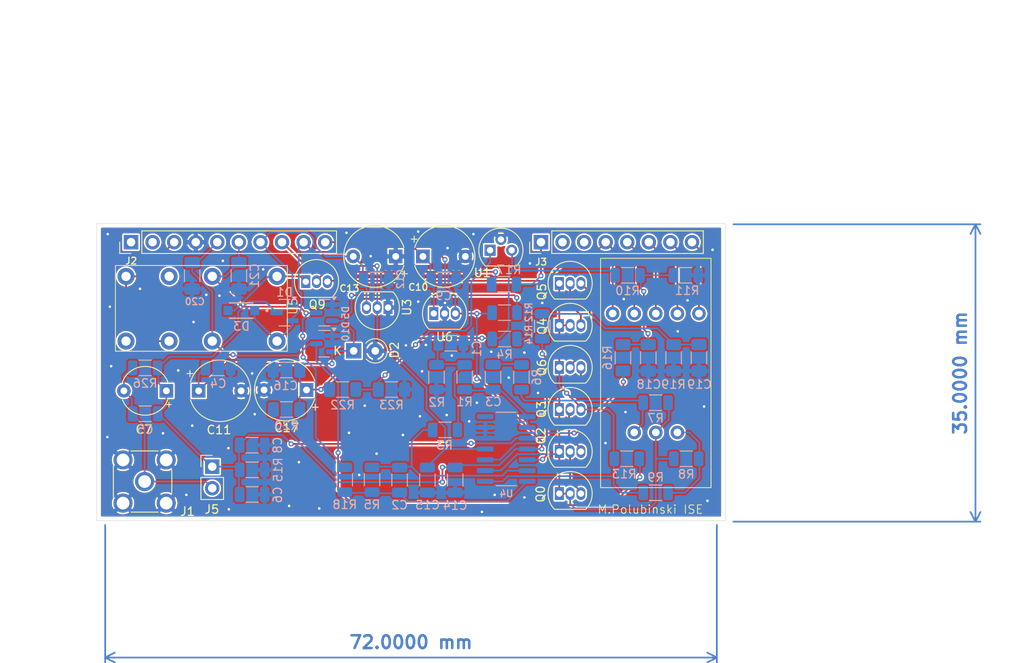
<source format=kicad_pcb>
(kicad_pcb (version 20240108) (generator "pcbnew") (generator_version "8.0")
  (layers (0 "F.Cu" signal) (31 "B.Cu" signal) (34 "B.Paste" user) (35 "F.Paste" user) (36 "B.SilkS" user "B.Silkscreen") (37 "F.SilkS" user "F.Silkscreen") (38 "B.Mask" user) (39 "F.Mask" user) (44 "Edge.Cuts" user))
  (net 0 "")
  (net 1 "Net-(C1-Pad1)")
  (net 2 "GND")
  (net 3 "Net-(U4-2OUT)")
  (net 4 "Net-(U4-2IN-)")
  (net 5 "Net-(U4-1IN-)")
  (net 6 "Net-(C3-Pad2)")
  (net 7 "+2V5")
  (net 8 "Net-(J5-Pin_2)")
  (net 9 "-12V")
  (net 10 "S")
  (net 11 "Z")
  (net 12 "+3V3")
  (net 13 "+12V")
  (net 14 "GNDC")
  (net 15 "A")
  (net 16 "GP5")
  (net 17 "+15V")
  (net 18 "-15V")
  (net 19 "Net-(Q2-E)")
  (net 20 "Net-(J5-Pin_1)")
  (net 21 "Net-(U1-CATHODE)")
  (net 22 "Net-(C18-Pad1)")
  (net 23 "Net-(U7-VH)")
  (net 24 "Net-(U7-VL)")
  (net 25 "Net-(C19-Pad1)")
  (net 26 "Net-(Q9-C)")
  (net 27 "Net-(U4-3IN+)")
  (net 31 "Net-(J3-Pin_5)")
  (net 32 "Net-(J3-Pin_7)")
  (net 34 "Net-(J3-Pin_8)")
  (net 35 "Net-(J3-Pin_6)")
  (net 37 "Net-(Q3-E)")
  (net 38 "Net-(Q4-E)")
  (net 39 "Net-(Q5-E)")
  (net 40 "Net-(Q9-B)")
  (net 41 "Net-(U4-2IN+)")
  (net 42 "Net-(U1-REF)")
  (net 44 "Net-(Q0-B)")
  (net 45 "Net-(Q0-E)")
  (footprint "Diode_THT:D_A-405_P2.54mm_Vertical_KathodeUp" (layer "F.Cu") (at 138.25 92.9)
    (property "Reference" "D2")
    (property "Value" "~")
  )
  (footprint "Capacitor_THT:CP_Radial_Tantal_D7.0mm_P5.00mm" (layer "F.Cu") (at 146.4 81.78)
    (property "Reference" "C10")
    (property "Value" "1u" (hide yes))
  )
  (footprint "Connector_PinHeader_2.54mm:PinHeader_1x02_P2.54mm_Vertical" (layer "F.Cu") (at 121.6 106.525)
    (property "Reference" "J5")
    (property "Value" "Conn_01x02" (hide yes))
  )
  (footprint "Package_TO_SOT_THT:TO-92_Inline" (layer "F.Cu") (at 162.46 94.85)
    (property "Reference" "Q6")
    (property "Value" "BC337")
  )
  (footprint "Package_TO_SOT_THT:TO-92_Inline" (layer "F.Cu") (at 162.46 84.95)
    (property "Reference" "Q5")
    (property "Value" "BC337" (hide yes))
  )
  (footprint "Capacitor_THT:CP_Radial_Tantal_D5.5mm_P5.00mm" (layer "F.Cu") (at 116.2 97.6 180)
    (property "Reference" "C7")
    (property "Value" "C" (hide yes))
  )
  (footprint "Package_TO_SOT_THT:TO-92_Inline" (layer "F.Cu") (at 162.46 109.7)
    (property "Reference" "Q0")
    (property "Value" "BC337")
  )
  (footprint "Capacitor_THT:CP_Radial_Tantal_D7.0mm_P5.00mm" (layer "F.Cu") (at 143.2 81.78 180)
    (property "Reference" "C13")
    (property "Value" "1u" (hide yes))
  )
  (footprint "moja_pierwsza_biblioteka:relay" (layer "F.Cu") (at 119.23 96.75 180)
    (property "Reference" "U5")
    (property "Value" "~")
  )
  (footprint "Connector_PinHeader_2.54mm:PinHeader_1x10_P2.54mm_Vertical" (layer "F.Cu") (at 112.04 80.1 90)
    (property "Reference" "J2")
    (property "Value" "Conn_01x10" (hide yes))
  )
  (footprint "Package_TO_SOT_THT:TO-92_Inline" (layer "F.Cu") (at 132.61 84.75)
    (property "Reference" "Q9")
    (property "Value" "BC337")
  )
  (footprint "Package_TO_SOT_THT:TO-92_Inline" (layer "F.Cu") (at 147.68 88.5)
    (property "Reference" "U6")
    (property "Value" "L78L12_TO92" (hide yes))
  )
  (footprint "Package_TO_SOT_THT:TO-92_Inline" (layer "F.Cu") (at 162.46 99.8)
    (property "Reference" "Q3")
    (property "Value" "BC337" (hide yes))
  )
  (footprint "Package_TO_SOT_THT:TO-92" (layer "F.Cu") (at 154.31 81.05)
    (property "Reference" "U1")
    (property "Value" "LM431")
  )
  (footprint "Capacitor_THT:CP_Radial_Tantal_D7.0mm_P5.00mm" (layer "F.Cu") (at 132.7 97.5 180)
    (property "Reference" "C17")
    (property "Value" "1u")
  )
  (footprint "Connector_Coaxial:SMA_Molex_73251-2200_Horizontal" (layer "F.Cu") (at 113.64 108.28 90)
    (property "Reference" "J1")
    (property "Value" "60311002114501" (hide yes))
    (property "VALUE" "60311002114501" (hide yes))
  )
  (footprint "Package_TO_SOT_THT:TO-92_Inline" (layer "F.Cu") (at 162.46 104.75)
    (property "Reference" "Q2")
    (property "Value" "BC337" (hide yes))
  )
  (footprint "Package_TO_SOT_THT:TO-92_Inline" (layer "F.Cu") (at 162.46 89.9)
    (property "Reference" "Q4")
    (property "Value" "BC337" (hide yes))
  )
  (footprint "Connector_PinHeader_2.54mm:PinHeader_1x08_P2.54mm_Vertical" (layer "F.Cu") (at 160.3 80.1 90)
    (property "Reference" "J3")
    (property "Value" "Conn_01x08" (hide yes))
  )
  (footprint "Capacitor_THT:CP_Radial_Tantal_D7.0mm_P5.00mm" (layer "F.Cu") (at 120 97.6)
    (property "Reference" "C11")
    (property "Value" "1u")
  )
  (footprint "Package_TO_SOT_THT:TO-92_Inline" (layer "F.Cu") (at 142.3 87.8 180)
    (property "Reference" "U3")
    (property "Value" "L79L12_TO92" (hide yes))
  )
  (footprint "moja_pierwsza_biblioteka:X9C1035 Digital Potentiometer" (layer "F.Cu") (at 187.4 96.5 -90)
    (property "Reference" "U7" (hide yes))
    (property "Value" "~" (hide yes))
  )
  (footprint "Resistor_SMD:R_1206_3216Metric" (layer "B.Cu") (at 155.95 85.05)
    (property "Reference" "R17")
    (property "Value" "1k")
  )
  (footprint "Capacitor_SMD:C_1206_3216Metric" (layer "B.Cu") (at 122.3 94.9)
    (property "Reference" "C4")
    (property "Value" "100n")
  )
  (footprint "Capacitor_SMD:C_1206_3216Metric" (layer "B.Cu") (at 113.7 100.3)
    (property "Reference" "C5")
    (property "Value" "C")
  )
  (footprint "Resistor_SMD:R_1206_3216Metric" (layer "B.Cu") (at 160.45 90 -90)
    (property "Reference" "R14")
    (property "Value" "10k")
  )
  (footprint "Capacitor_SMD:C_1206_3216Metric" (layer "B.Cu") (at 140.9 84.55 180)
    (property "Reference" "C12")
    (property "Value" "100n")
  )
  (footprint "Capacitor_SMD:C_1206_3216Metric_Pad1.33x1.80mm_HandSolder" (layer "B.Cu") (at 130.342362 95.15 180)
    (property "Reference" "C16")
    (property "Value" "100n")
  )
  (footprint "Resistor_SMD:R_1206_3216Metric" (layer "B.Cu") (at 156.0125 88.4)
    (property "Reference" "R12")
    (property "Value" "1k")
  )
  (footprint "Resistor_SMD:R_1206_3216Metric" (layer "B.Cu") (at 149 102.2 180)
    (property "Reference" "R3")
    (property "Value" "50k")
  )
  (footprint "Capacitor_SMD:C_1206_3216Metric" (layer "B.Cu") (at 148.85 84.55)
    (property "Reference" "C9")
    (property "Value" "100n")
  )
  (footprint "Capacitor_SMD:C_1206_3216Metric_Pad1.33x1.80mm_HandSolder" (layer "B.Cu") (at 124.7375 84.05 90)
    (property "Reference" "C21")
    (property "Value" "1u")
  )
  (footprint "Capacitor_SMD:C_1206_3216Metric_Pad1.33x1.80mm_HandSolder" (layer "B.Cu") (at 119.2375 84.05 90)
    (property "Reference" "C20")
    (property "Value" "1u")
  )
  (footprint "Package_TO_SOT_SMD:SOT-23" (layer "B.Cu") (at 134.7875 88.4 180)
    (property "Reference" "D5")
    (property "Value" "BAV99")
  )
  (footprint "Capacitor_SMD:C_1206_3216Metric_Pad1.33x1.80mm_HandSolder" (layer "B.Cu") (at 172.933333 93.7125 -90)
    (property "Reference" "C18")
    (property "Value" "1u")
  )
  (footprint "Package_TO_SOT_SMD:SOT-23" (layer "B.Cu") (at 134.7875 92.055 180)
    (property "Reference" "D10")
    (property "Value" "BAV99")
  )
  (footprint "Package_TO_SOT_SMD:SOT-23" (layer "B.Cu") (at 130.1125 88.4 180)
    (property "Reference" "D1")
    (property "Value" "BAV99")
  )
  (footprint "Resistor_SMD:R_1206_3216Metric_Pad1.30x1.75mm_HandSolder" (layer "B.Cu") (at 142.7 97.45)
    (property "Reference" "R23")
    (property "Value" "R")
  )
  (footprint "Capacitor_SMD:C_1206_3216Metric" (layer "B.Cu") (at 150.2 108.1 -90)
    (property "Reference" "C14")
    (property "Value" "100n")
  )
  (footprint "Resistor_SMD:R_1206_3216Metric" (layer "B.Cu") (at 173.8 99)
    (property "Reference" "R7")
    (property "Value" "10k")
  )
  (footprint "Resistor_SMD:R_1206_3216Metric" (layer "B.Cu") (at 156.0125 91.5)
    (property "Reference" "R4")
    (property "Value" "10k")
  )
  (footprint "Resistor_SMD:R_1206_3216Metric" (layer "B.Cu") (at 170.4 105.6)
    (property "Reference" "R13")
    (property "Value" "1k")
  )
  (footprint "Resistor_SMD:R_1206_3216Metric" (layer "B.Cu") (at 177.34 84)
    (property "Reference" "R11")
    (property "Value" "10k")
  )
  (footprint "Resistor_SMD:R_1206_3216Metric" (layer "B.Cu") (at 151.313333 96 90)
    (property "Reference" "R1")
    (property "Value" "100k")
  )
  (footprint "TL084CDR (1):SOIC127P600X175-14N" (layer "B.Cu") (at 156.21 104.45 180)
    (property "Reference" "U4")
    (property "Value" "TL084CDR")
  )
  (footprint "Capacitor_SMD:C_1206_3216Metric" (layer "B.Cu") (at 143.655 108.1 -90)
    (property "Reference" "C2")
    (property "Value" "1u")
  )
  (footprint "Capacitor_SMD:C_1206_3216Metric" (layer "B.Cu") (at 126.3 104)
    (property "Reference" "C8")
    (property "Value" "C")
  )
  (footprint "Resistor_SMD:R_1206_3216Metric" (layer "B.Cu") (at 177.4 105.6)
    (property "Reference" "R8")
    (property "Value" "10k")
  )
  (footprint "Resistor_SMD:R_1206_3216Metric" (layer "B.Cu") (at 173.8 109.6 180)
    (property "Reference" "R9")
    (property "Value" "6,6k")
  )
  (footprint "Capacitor_SMD:C_1206_3216Metric" (layer "B.Cu") (at 149.7 92)
    (property "Reference" "C1")
    (property "Value" "1u")
  )
  (footprint "Resistor_SMD:R_1206_3216Metric" (layer "B.Cu") (at 148 96 -90)
    (property "Reference" "R2")
    (property "Value" "75k")
  )
  (footprint "Resistor_SMD:R_1206_3216Metric_Pad1.30x1.75mm_HandSolder" (layer "B.Cu") (at 175.916666 93.7125 90)
    (property "Reference" "R19")
    (property "Value" "10k")
  )
  (footprint "Resistor_SMD:R_1206_3216Metric" (layer "B.Cu") (at 137.2 108.07 90)
    (property "Reference" "R18")
    (property "Value" "1k")
  )
  (footprint "Resistor_SMD:R_1206_3216Metric" (layer "B.Cu") (at 113.7 94.9)
    (property "Reference" "R26")
    (property "Value" "10M")
  )
  (footprint "Resistor_SMD:R_1206_3216Metric" (layer "B.Cu") (at 170.5 84)
    (property "Reference" "R10")
    (property "Value" "5k")
  )
  (footprint "Resistor_SMD:R_1206_3216Metric" (layer "B.Cu") (at 158 96 -90)
    (property "Reference" "R6")
    (property "Value" "10k")
  )
  (footprint "Capacitor_SMD:C_1206_3216Metric_Pad1.33x1.80mm_HandSolder" (layer "B.Cu") (at 178.9 93.7125 -90)
    (property "Reference" "C19")
    (property "Value" "1u")
  )
  (footprint "Resistor_SMD:R_1206_3216Metric_Pad1.30x1.75mm_HandSolder" (layer "B.Cu") (at 130.35 99.8)
    (property "Reference" "R20")
    (property "Value" "10k")
  )
  (footprint "Capacitor_SMD:C_1206_3216Metric" (layer "B.Cu") (at 146.9275 108.1 -90)
    (property "Reference" "C15")
    (property "Value" "100n")
  )
  (footprint "Capacitor_SMD:C_1206_3216Metric" (layer "B.Cu") (at 126.3 109.8)
    (property "Reference" "C6")
    (property "Value" "C")
  )
  (footprint "Resistor_SMD:R_1206_3216Metric" (layer "B.Cu") (at 126.3 106.9)
    (property "Reference" "R15")
    (property "Value" "1M")
  )
  (footprint "UF1:SODFL3718X102N" (layer "B.Cu") (at 125.025 88.15 180)
    (property "Reference" "D3")
    (property "Value" "UF1JLW")
  )
  (footprint "Resistor_SMD:R_1206_3216Metric" (layer "B.Cu") (at 140.4125 108.07 -90)
    (property "Reference" "R5")
    (property "Value" "30k")
  )
  (footprint "Resistor_SMD:R_1206_3216Metric_Pad1.30x1.75mm_HandSolder" (layer "B.Cu") (at 169.95 93.7125 -90)
    (property "Reference" "R16")
    (property "Value" "R")
  )
  (footprint "Resistor_SMD:R_1206_3216Metric_Pad1.30x1.75mm_HandSolder" (layer "B.Cu") (at 136.95 97.45)
    (property "Reference" "R22")
    (property "Value" "R")
  )
  (footprint "Capacitor_SMD:C_1206_3216Metric" (layer "B.Cu") (at 154.656666 96 90)
    (property "Reference" "C3")
    (property "Value" "1u")
  )
  (gr_rect (start 108 77.9) (end 182 112.9) (stroke (width 0.05)) (fill none) (layer "Edge.Cuts"))
  (gr_text "M.Polubinski ISE\n" (at 166.9 112.15 0) (layer "F.SilkS") (effects (font (size 1 1) (thickness 0.1)) (justify left bottom)))
  (dimension (type aligned) (layer "B.Cu") (pts (xy 182.46 78) (xy 182.46 113)) (height -28.99) (gr_text "35,0000 mm" (at 209.65 95.5 90) (layer "B.Cu") (effects (font (size 1.5 1.5) (thickness 0.3)))) (format (prefix "") (suffix "") (units 3) (units_format 1) (precision 4)) (style (thickness 0.2) (arrow_length 1.27) (text_position_mode 0) (extension_height 0.58642) (extension_offset 0.5) keep_text_aligned))
  (dimension (type aligned) (layer "B.Cu") (pts (xy 109 112.9) (xy 181 112.9)) (height 16.1) (gr_text "72,0000 mm" (at 145 127.2 0) (layer "B.Cu") (effects (font (size 1.5 1.5) (thickness 0.3)))) (format (prefix "") (suffix "") (units 3) (units_format 1) (precision 4)) (style (thickness 0.2) (arrow_length 1.27) (text_position_mode 0) (extension_height 0.58642) (extension_offset 0.5) keep_text_aligned))
  (segment (start 150.138333 95.625) (end 150.138333 98.184744) (width 0.2) (layer "B.Cu") (net 1))
  (segment (start 148.1375 94.3125) (end 148 94.45) (width 0.2) (layer "B.Cu") (net 1))
  (segment (start 151.313333 94.45) (end 150.138333 95.625) (width 0.2) (layer "B.Cu") (net 1))
  (segment (start 148.1375 92) (end 148.1375 94.3125) (width 0.2) (layer "B.Cu") (net 1))
  (segment (start 151.313333 94.45) (end 148 94.45) (width 0.2) (layer "B.Cu") (net 1))
  (segment (start 150.138333 98.184744) (end 150.55 98.596411) (width 0.2) (layer "B.Cu") (net 1))
  (segment (start 150.55 98.596411) (end 150.55 102.2) (width 0.2) (layer "B.Cu") (net 1))
  (via (at 118.55 109.85) (size 0.6) (drill 0.3) (layers "F.Cu" "B.Cu") (net 2))
  (via (at 158.35 110.15) (size 0.6) (drill 0.3) (layers "F.Cu" "B.Cu") (net 2))
  (via (at 138.9 107.5) (size 0.6) (drill 0.3) (layers "F.Cu" "B.Cu") (net 2))
  (via (at 131.8 106) (size 0.6) (drill 0.3) (layers "F.Cu" "B.Cu") (net 2))
  (via (at 140.25 81.75) (size 0.6) (drill 0.3) (layers "F.Cu" "B.Cu") (net 2))
  (via (at 122.45 86.4) (size 0.6) (drill 0.3) (layers "F.Cu" "B.Cu") (net 2))
  (via (at 109.25 103.05) (size 0.6) (drill 0.3) (layers "F.Cu" "B.Cu") (net 2))
  (via (at 144.4 92.25) (size 0.6) (drill 0.3) (layers "F.Cu" "B.Cu") (net 2))
  (via (at 154.85 109.85) (size 0.6) (drill 0.3) (layers "F.Cu" "B.Cu") (net 2))
  (via (at 119.25 101.7) (size 0.6) (drill 0.3) (layers "F.Cu" "B.Cu") (net 2))
  (via (at 159 82.6) (size 0.6) (drill 0.3) (layers "F.Cu" "B.Cu") (net 2))
  (via (at 179.9 110.55) (size 0.6) (drill 0.3) (layers "F.Cu" "B.Cu") (net 2))
  (via (at 109.55 87.7) (size 0.6) (drill 0.3) (layers "F.Cu" "B.Cu") (net 2))
  (via (at 109.3 79.15) (size 0.6) (drill 0.3) (layers "F.Cu" "B.Cu") (net 2))
  (via (at 179.5 99.45) (size 0.6) (drill 0.3) (layers "F.Cu" "B.Cu") (net 2))
  (via (at 126.6 100.35) (size 0.6) (drill 0.3) (layers "F.Cu" "B.Cu") (net 2))
  (via (at 123.55 111.55) (size 0.6) (drill 0.3) (layers "F.Cu" "B.Cu") (net 2))
  (via (at 149.2 100.45) (size 0.6) (drill 0.3) (layers "F.Cu" "B.Cu") (net 2))
  (via (at 122.85 82.3) (size 0.6) (drill 0.3) (layers "F.Cu" "B.Cu") (net 2))
  (via (at 123.5 104.35) (size 0.6) (drill 0.3) (layers "F.Cu" "B.Cu") (net 2))
  (via (at 137.4 79) (size 0.6) (drill 0.3) (layers "F.Cu" "B.Cu") (net 2))
  (via (at 126.3 95.55) (size 0.6) (drill 0.3) (layers "F.Cu" "B.Cu") (net 2))
  (via (at 154.45 93) (size 0.6) (drill 0.3) (layers "F.Cu" "B.Cu") (net 2))
  (via (at 149 87.25) (size 0.6) (drill 0.3) (layers "F.Cu" "B.Cu") (net 2))
  (via (at 151.85 101.2) (size 0.6) (drill 0.3) (layers "F.Cu" "B.Cu") (net 2))
  (via (at 127.6 83.3) (size 0.6) (drill 0.3) (layers "F.Cu" "B.Cu") (net 2))
  (via (at 113.1 85.6) (size 0.6) (drill 0.3) (layers "F.Cu" "B.Cu") (net 2))
  (via (at 145.85 87.1) (size 0.6) (drill 0.3) (layers "F.Cu" "B.Cu") (net 2))
  (via (at 115.8 102.6) (size 0.6) (drill 0.3) (layers "F.Cu" "B.Cu") (net 2))
  (via (at 146.75 92.2) (size 0.6) (drill 0.3) (layers "F.Cu" "B.Cu") (net 2))
  (via (at 167.9 103.75) (size 0.6) (drill 0.3) (layers "F.Cu" "B.Cu") (net 2))
  (via (at 149.3 80.8) (size 0.6) (drill 0.3) (layers "F.Cu" "B.Cu") (net 2))
  (via (at 145.85 78.85) (size 0.6) (drill 0.3) (layers "F.Cu" "B.Cu") (net 2))
  (via (at 160.45 87.25) (size 0.6) (drill 0.3) (layers "F.Cu" "B.Cu") (net 2))
  (via (at 120.9 86.3) (size 0.6) (drill 0.3) (layers "F.Cu" "B.Cu") (net 2))
  (via (at 134.2 111.45) (size 0.6) (drill 0.3) (layers "F.Cu" "B.Cu") (net 2))
  (via (at 137.7 102.55) (size 0.6) (drill 0.3) (layers "F.Cu" "B.Cu") (net 2))
  (via (at 146.05 100.6) (size 0.6) (drill 0.3) (layers "F.Cu" "B.Cu") (net 2))
  (via (at 140.95 105) (size 0.6) (drill 0.3) (layers "F.Cu" "B.Cu") (net 2))
  (via (at 144.05 102.8) (size 0.6) (drill 0.3) (layers "F.Cu" "B.Cu") (net 2))
  (via (at 170.25 100.1) (size 0.6) (drill 0.3) (layers "F.Cu" "B.Cu") (net 2))
  (via (at 180.5 81) (size 0.6) (drill 0.3) (layers "F.Cu" "B.Cu") (net 2))
  (via (at 149.8 93.45) (size 0.6) (drill 0.3) (layers "F.Cu" "B.Cu") (net 2))
  (via (at 177.55 86.95) (size 0.6) (drill 0.3) (layers "F.Cu" "B.Cu") (net 2))
  (via (at 158.35 93.1) (size 0.6) (drill 0.3) (layers "F.Cu" "B.Cu") (net 2))
  (via (at 159.95 97.85) (size 0.6) (drill 0.3) (layers "F.Cu" "B.Cu") (net 2))
  (via (at 130.65 111.15) (size 0.6) (drill 0.3) (layers "F.Cu" "B.Cu") (net 2))
  (via (at 119.4 89.5) (size 0.6) (drill 0.3) (layers "F.Cu" "B.Cu") (net 2))
  (via (at 146.3 95.3) (size 0.6) (drill 0.3) (layers "F.Cu" "B.Cu") (net 2))
  (via (at 152.75 99) (size 0.6) (drill 0.3) (layers "F.Cu" "B.Cu") (net 2))
  (via (at 176.4 90.6) (size 0.6) (drill 0.3) (layers "F.Cu" "B.Cu") (net 2))
  (via (at 170.05 86.8) (size 0.6) (drill 0.3) (layers "F.Cu" "B.Cu") (net 2))
  (via (at 139.55 99.35) (size 0.6) (drill 0.3) (layers "F.Cu" "B.Cu") (net 2))
  (via (at 109.7 94.7) (size 0.6) (drill 0.3) (layers "F.Cu" "B.Cu") (net 2))
  (via (at 152.35 79.15) (size 0.6) (drill 0.3) (layers "F.Cu" "B.Cu") (net 2))
  (via (at 153.35 111.85) (size 0.6) (drill 0.3) (layers "F.Cu" "B.Cu") (net 2))
  (via (at 156.5 96.05) (size 0.6) (drill 0.3) (layers "F.Cu" "B.Cu") (net 2))
  (via (at 117.6 95.2) (size 0.6) (drill 0.3) (layers "F.Cu" "B.Cu") (net 2))
  (segment (start 141.17 109.62) (end 141.2125 109.6625) (width 0.2) (layer "B.Cu") (net 3))
  (segment (start 156.32 110.625) (end 158.685 108.26) (width 0.2) (layer "B.Cu") (net 3))
  (segment (start 143.655 109.6625) (end 144.6175 110.625) (width 0.2) (layer "B.Cu") (net 3))
  (segment (start 141.2125 109.6625) (end 143.655 109.6625) (width 0.2) (layer "B.Cu") (net 3))
  (segment (start 144.6175 110.625) (end 156.32 110.625) (width 0.2) (layer "B.Cu") (net 3))
  (segment (start 137.2 109.62) (end 140.4125 109.62) (width 0.2) (layer "B.Cu") (net 3))
  (segment (start 140.4125 109.62) (end 141.17 109.62) (width 0.2) (layer "B.Cu") (net 3))
  (segment (start 158.675 107) (end 156.345134 107) (width 0.2) (layer "B.Cu") (net 4))
  (segment (start 155.755134 107.59) (end 146.132756 107.59) (width 0.2) (layer "B.Cu") (net 4))
  (segment (start 145.080256 106.5375) (end 143.655 106.5375) (width 0.2) (layer "B.Cu") (net 4))
  (segment (start 158.685 106.99) (end 158.675 107) (width 0.2) (layer "B.Cu") (net 4))
  (segment (start 156.345134 107) (end 155.755134 107.59) (width 0.2) (layer "B.Cu") (net 4))
  (segment (start 143.6375 106.52) (end 143.655 106.5375) (width 0.2) (layer "B.Cu") (net 4))
  (segment (start 140.4125 106.52) (end 143.6375 106.52) (width 0.2) (layer "B.Cu") (net 4))
  (segment (start 146.132756 107.59) (end 145.080256 106.5375) (width 0.2) (layer "B.Cu") (net 4))
  (segment (start 145.080256 103.569744) (end 145.080256 106.5375) (width 0.2) (layer "B.Cu") (net 4))
  (segment (start 147.45 102.2) (end 146.45 102.2) (width 0.2) (layer "B.Cu") (net 4))
  (segment (start 146.45 102.2) (end 145.080256 103.569744) (width 0.2) (layer "B.Cu") (net 4))
  (segment (start 151.313333 97.55) (end 154.644166 97.55) (width 0.2) (layer "B.Cu") (net 5))
  (segment (start 155.6125 97.5625) (end 158.685 100.635) (width 0.2) (layer "B.Cu") (net 5))
  (segment (start 158.685 100.64) (end 158.685 101.91) (width 0.2) (layer "B.Cu") (net 5))
  (segment (start 154.656666 97.5625) (end 155.6125 97.5625) (width 0.2) (layer "B.Cu") (net 5))
  (segment (start 158.685 100.635) (end 158.685 100.64) (width 0.2) (layer "B.Cu") (net 5))
  (segment (start 154.644166 97.55) (end 154.656666 97.5625) (width 0.2) (layer "B.Cu") (net 5))
  (segment (start 154.656666 94.4375) (end 157.9875 94.4375) (width 0.2) (layer "B.Cu") (net 6))
  (segment (start 157.9875 94.4375) (end 158 94.45) (width 0.2) (layer "B.Cu") (net 6))
  (segment (start 120.815 108.28) (end 121.6 109.065) (width 0.2) (layer "B.Cu") (net 8))
  (segment (start 111.2 97.6) (end 111.2 95.85) (width 0.2) (layer "B.Cu") (net 8))
  (segment (start 113.64 108.28) (end 120.815 108.28) (width 0.2) (layer "B.Cu") (net 8))
  (segment (start 112.1375 98.5375) (end 111.2 97.6) (width 0.2) (layer "B.Cu") (net 8))
  (segment (start 112.1375 100.3) (end 112.1375 98.5375) (width 0.2) (layer "B.Cu") (net 8))
  (segment (start 113.64 101.8025) (end 113.64 108.28) (width 0.2) (layer "B.Cu") (net 8))
  (segment (start 111.2 95.85) (end 112.15 94.9) (width 0.2) (layer "B.Cu") (net 8))
  (segment (start 112.1375 100.3) (end 113.64 101.8025) (width 0.2) (layer "B.Cu") (net 8))
  (segment (start 138.2 81.78) (end 134.93 81.78) (width 0.2) (layer "B.Cu") (net 9))
  (segment (start 139.3375 84.55) (end 139.3375 82.9175) (width 0.2) (layer "B.Cu") (net 9))
  (segment (start 128.43 78.95) (end 127.28 80.1) (width 0.2) (layer "B.Cu") (net 9))
  (segment (start 133.51 80.36) (end 133.51 79.623654) (width 0.2) (layer "B.Cu") (net 9))
  (segment (start 139.3375 82.9175) (end 138.2 81.78) (width 0.2) (layer "B.Cu") (net 9))
  (segment (start 139.76 84.9725) (end 139.3375 84.55) (width 0.2) (layer "B.Cu") (net 9))
  (segment (start 133.51 79.623654) (end 132.836346 78.95) (width 0.2) (layer "B.Cu") (net 9))
  (segment (start 139.76 87.8) (end 139.76 84.9725) (width 0.2) (layer "B.Cu") (net 9))
  (segment (start 134.93 81.78) (end 133.51 80.36) (width 0.2) (layer "B.Cu") (net 9))
  (segment (start 131.05 83.87) (end 127.28 80.1) (width 0.2) (layer "B.Cu") (net 9))
  (segment (start 131.05 87.45) (end 131.05 83.87) (width 0.2) (layer "B.Cu") (net 9))
  (segment (start 132.836346 78.95) (end 128.43 78.95) (width 0.2) (layer "B.Cu") (net 9))
  (segment (start 132.300736 93.449265) (end 132.25 93.398529) (width 0.2) (layer "F.Cu") (net 10))
  (segment (start 125.18 87.7) (end 121.61 84.13) (width 0.2) (layer "F.Cu") (net 10))
  (segment (start 132.300736 93.65) (end 132.300736 93.449265) (width 0.2) (layer "F.Cu") (net 10))
  (segment (start 132.65 88.45) (end 131.9 87.7) (width 0.2) (layer "F.Cu") (net 10))
  (segment (start 132.25 93.398529) (end 132.25 91.15) (width 0.2) (layer "F.Cu") (net 10))
  (segment (start 131.9 87.7) (end 125.18 87.7) (width 0.2) (layer "F.Cu") (net 10))
  (via (at 132.65 88.45) (size 0.6) (drill 0.3) (layers "F.Cu" "B.Cu") (net 10))
  (via (at 132.25 91.15) (size 0.6) (drill 0.3) (layers "F.Cu" "B.Cu") (net 10))
  (via (at 132.300736 93.65) (size 0.6) (drill 0.3) (layers "F.Cu" "B.Cu") (net 10))
  (segment (start 124.74 80.1) (end 124.74 82.485) (width 0.2) (layer "B.Cu") (net 10))
  (segment (start 123.095 84.13) (end 124.7375 82.4875) (width 0.2) (layer "B.Cu") (net 10))
  (segment (start 133.8 95.149264) (end 132.300736 93.65) (width 0.2) (layer "B.Cu") (net 10))
  (segment (start 132.65 88.8) (end 132.65 88.45) (width 0.2) (layer "B.Cu") (net 10))
  (segment (start 124.74 82.485) (end 124.7375 82.4875) (width 0.2) (layer "B.Cu") (net 10))
  (segment (start 133.8 88.45) (end 133.85 88.4) (width 0.2) (layer "B.Cu") (net 10))
  (segment (start 132.25 89.2) (end 132.65 88.8) (width 0.2) (layer "B.Cu") (net 10))
  (segment (start 137.2 106.52) (end 133.8 103.12) (width 0.2) (layer "B.Cu") (net 10))
  (segment (start 132.65 88.45) (end 133.8 88.45) (width 0.2) (layer "B.Cu") (net 10))
  (segment (start 133.8 103.12) (end 133.8 95.149264) (width 0.2) (layer "B.Cu") (net 10))
  (segment (start 121.61 84.13) (end 123.095 84.13) (width 0.2) (layer "B.Cu") (net 10))
  (segment (start 132.25 91.15) (end 132.25 89.2) (width 0.2) (layer "B.Cu") (net 10))
  (segment (start 136.414265 104.885735) (end 136.414265 109.264265) (width 0.2) (layer "F.Cu") (net 11))
  (segment (start 138.2 111.05) (end 168.65 111.05) (width 0.2) (layer "F.Cu") (net 11))
  (segment (start 136.414265 109.264265) (end 138.2 111.05) (width 0.2) (layer "F.Cu") (net 11))
  (segment (start 124.05 93.35) (end 123.21 93.35) (width 0.2) (layer "F.Cu") (net 11))
  (segment (start 123.21 93.35) (end 121.61 91.75) (width 0.2) (layer "F.Cu") (net 11))
  (segment (start 168.65 111.05) (end 171.95 107.75) (width 0.2) (layer "F.Cu") (net 11))
  (via (at 171.95 107.75) (size 0.6) (drill 0.3) (layers "F.Cu" "B.Cu") (net 11))
  (via (at 124.05 93.35) (size 0.6) (drill 0.3) (layers "F.Cu" "B.Cu") (net 11))
  (via (at 136.414265 104.885735) (size 0.6) (drill 0.3) (layers "F.Cu" "B.Cu") (net 11))
  (segment (start 133.047207 92.055) (end 133.85 92.055) (width 0.2) (layer "B.Cu") (net 11))
  (segment (start 133.85 94.090256) (end 133.85 92.055) (width 0.2) (layer "B.Cu") (net 11))
  (segment (start 136.414265 104.885735) (end 136.414265 96.654521) (width 0.2) (layer "B.Cu") (net 11))
  (segment (start 119.2375 83.595978) (end 121.61 85.968478) (width 0.2) (layer "B.Cu") (net 11))
  (segment (start 131.652207 93.45) (end 133.047207 92.055) (width 0.2) (layer "B.Cu") (net 11))
  (segment (start 119.8125 82.4875) (end 122.2 80.1) (width 0.2) (layer "B.Cu") (net 11))
  (segment (start 121.61 85.968478) (end 121.61 91.75) (width 0.2) (layer "B.Cu") (net 11))
  (segment (start 119.2375 82.4875) (end 119.8125 82.4875) (width 0.2) (layer "B.Cu") (net 11))
  (segment (start 136.414265 96.654521) (end 133.85 94.090256) (width 0.2) (layer "B.Cu") (net 11))
  (segment (start 124.05 93.35) (end 124.15 93.45) (width 0.2) (layer "B.Cu") (net 11))
  (segment (start 171.95 107.75) (end 171.95 105.6) (width 0.2) (layer "B.Cu") (net 11))
  (segment (start 124.15 93.45) (end 131.652207 93.45) (width 0.2) (layer "B.Cu") (net 11))
  (segment (start 119.2375 82.4875) (end 119.2375 83.595978) (width 0.2) (layer "B.Cu") (net 11))
  (segment (start 157.45 86.65) (end 157.15 86.35) (width 0.2) (layer "F.Cu") (net 12))
  (segment (start 157.15 86.35) (end 138 86.35) (width 0.2) (layer "F.Cu") (net 12))
  (segment (start 123.2 94.4) (end 135.7 94.4) (width 0.2) (layer "F.Cu") (net 12))
  (segment (start 120 97.6) (end 123.2 94.4) (width 0.2) (layer "F.Cu") (net 12))
  (via (at 138 86.35) (size 0.6) (drill 0.3) (layers "F.Cu" "B.Cu") (net 12))
  (via (at 157.45 86.65) (size 0.6) (drill 0.3) (layers "F.Cu" "B.Cu") (net 12))
  (via (at 135.7 94.4) (size 0.6) (drill 0.3) (layers "F.Cu" "B.Cu") (net 12))
  (segment (start 135.725 89.35) (end 136.95 89.35) (width 0.2) (layer "B.Cu") (net 12))
  (segment (start 120 95.6375) (end 120.7375 94.9) (width 0.2) (layer "B.Cu") (net 12))
  (segment (start 135.7 94.4) (end 135.7 93.03) (width 0.2) (layer "B.Cu") (net 12))
  (segment (start 120 97.6) (end 120 95.6375) (width 0.2) (layer "B.Cu") (net 12))
  (segment (start 138 86.35) (end 138 88.3) (width 0.2) (layer "B.Cu") (net 12))
  (segment (start 138 88.3) (end 136.95 89.35) (width 0.2) (layer "B.Cu") (net 12))
  (segment (start 135.83 92.9) (end 135.725 93.005) (width 0.2) (layer "B.Cu") (net 12))
  (segment (start 138.25 90.65) (end 138.25 92.9) (width 0.2) (layer "B.Cu") (net 12))
  (segment (start 136.95 89.35) (end 138.25 90.65) (width 0.2) (layer "B.Cu") (net 12))
  (segment (start 157.45 86.65) (end 157.45 88.375) (width 0.2) (layer "B.Cu") (net 12))
  (segment (start 157.45 88.375) (end 157.475 88.4) (width 0.2) (layer "B.Cu") (net 12))
  (segment (start 138.25 92.9) (end 135.83 92.9) (width 0.2) (layer "B.Cu") (net 12))
  (segment (start 135.7 93.03) (end 135.725 93.005) (width 0.2) (layer "B.Cu") (net 12))
  (segment (start 137.174365 81.25) (end 137.744365 80.68) (width 0.2) (layer "F.Cu") (net 13))
  (segment (start 145.3 80.68) (end 146.4 81.78) (width 0.2) (layer "F.Cu") (net 13))
  (segment (start 133.51 81.25) (end 137.174365 81.25) (width 0.2) (layer "F.Cu") (net 13))
  (segment (start 137.744365 80.68) (end 145.3 80.68) (width 0.2) (layer "F.Cu") (net 13))
  (segment (start 132.36 80.1) (end 133.51 81.25) (width 0.2) (layer "F.Cu") (net 13))
  (segment (start 131.785 80.675) (end 131.785 85.8) (width 0.2) (layer "B.Cu") (net 13))
  (segment (start 147.68 84.9425) (end 147.2875 84.55) (width 0.2) (layer "B.Cu") (net 13))
  (segment (start 131.05 89.050001) (end 131.05 89.35) (width 0.2) (layer "B.Cu") (net 13))
  (segment (start 126.6025 88.16) (end 126.6025 89.1225) (width 0.2) (layer "B.Cu") (net 13))
  (segment (start 129.23 91.75) (end 131.05 89.93) (width 0.2) (layer "B.Cu") (net 13))
  (segment (start 147.2875 82.6675) (end 146.4 81.78) (width 0.2) (layer "B.Cu") (net 13))
  (segment (start 147.68 88.5) (end 147.68 84.9425) (width 0.2) (layer "B.Cu") (net 13))
  (segment (start 126.6025 89.1225) (end 129.23 91.75) (width 0.2) (layer "B.Cu") (net 13))
  (segment (start 132.0875 86.1025) (end 132.0875 88.012501) (width 0.2) (layer "B.Cu") (net 13))
  (segment (start 131.785 85.8) (end 132.0875 86.1025) (width 0.2) (layer "B.Cu") (net 13))
  (segment (start 147.2875 84.55) (end 147.2875 82.6675) (width 0.2) (layer "B.Cu") (net 13))
  (segment (start 132.36 80.1) (end 131.785 80.675) (width 0.2) (layer "B.Cu") (net 13))
  (segment (start 132.0875 88.012501) (end 131.05 89.050001) (width 0.2) (layer "B.Cu") (net 13))
  (segment (start 131.05 89.93) (end 131.05 89.35) (width 0.2) (layer "B.Cu") (net 13))
  (segment (start 166.32 81.7) (end 163.835 81.7) (width 0.2) (layer "F.Cu") (net 14))
  (segment (start 167.92 80.1) (end 166.32 81.7) (width 0.2) (layer "F.Cu") (net 14))
  (segment (start 160.885 84.65) (end 135.25 84.65) (width 0.2) (layer "F.Cu") (net 14))
  (segment (start 168.74 80.92) (end 167.92 80.1) (width 0.2) (layer "F.Cu") (net 14))
  (segment (start 163.835 81.7) (end 160.885 84.65) (width 0.2) (layer "F.Cu") (net 14))
  (segment (start 135.25 84.65) (end 135.15 84.75) (width 0.2) (layer "F.Cu") (net 14))
  (segment (start 168.74 88.5) (end 168.74 80.92) (width 0.2) (layer "F.Cu") (net 14))
  (segment (start 113.09 84.13) (end 117.12 80.1) (width 0.2) (layer "F.Cu") (net 15))
  (segment (start 115.115787 91.75) (end 111.45 88.084213) (width 0.2) (layer "F.Cu") (net 15))
  (segment (start 111.45 84.13) (end 113.09 84.13) (width 0.2) (layer "F.Cu") (net 15))
  (segment (start 116.53 91.75) (end 115.115787 91.75) (width 0.2) (layer "F.Cu") (net 15))
  (segment (start 111.45 88.084213) (end 111.45 84.13) (width 0.2) (layer "F.Cu") (net 15))
  (segment (start 160.3 84.05) (end 160.3 80.1) (width 0.2) (layer "F.Cu") (net 16))
  (via (at 160.3 84.05) (size 0.6) (drill 0.3) (layers "F.Cu" "B.Cu") (net 16))
  (segment (start 159.3 85.05) (end 157.4125 85.05) (width 0.2) (layer "B.Cu") (net 16))
  (segment (start 160.3 84.05) (end 159.3 85.05) (width 0.2) (layer "B.Cu") (net 16))
  (segment (start 152.75 96.2) (end 153 96.2) (width 0.2) (layer "F.Cu") (net 17))
  (segment (start 153 96.2) (end 160.4 103.6) (width 0.2) (layer "F.Cu") (net 17))
  (segment (start 146.95 80.1) (end 149 82.15) (width 0.2) (layer "F.Cu") (net 17))
  (segment (start 134.9 80.1) (end 146.95 80.1) (width 0.2) (layer "F.Cu") (net 17))
  (segment (start 148.7 108.35) (end 148.7 106.6) (width 0.2) (layer "F.Cu") (net 17))
  (segment (start 152.75 88.5) (end 150.22 88.5) (width 0.2) (layer "F.Cu") (net 17))
  (segment (start 160.4 103.6) (end 160.4 104.45) (width 0.2) (layer "F.Cu") (net 17))
  (via (at 148.7 108.35) (size 0.6) (drill 0.3) (layers "F.Cu" "B.Cu") (net 17))
  (via (at 152.75 96.2) (size 0.6) (drill 0.3) (layers "F.Cu" "B.Cu") (net 17))
  (via (at 160.4 104.45) (size 0.6) (drill 0.3) (layers "F.Cu" "B.Cu") (net 17))
  (via (at 149 82.15) (size 0.6) (drill 0.3) (layers "F.Cu" "B.Cu") (net 17))
  (via (at 148.7 106.6) (size 0.6) (drill 0.3) (layers "F.Cu" "B.Cu") (net 17))
  (via (at 152.75 88.5) (size 0.6) (drill 0.3) (layers "F.Cu" "B.Cu") (net 17))
  (segment (start 152.75 88.5) (end 152.75 96.2) (width 0.2) (layer "B.Cu") (net 17))
  (segment (start 152.75 88.5) (end 152.9 88.5) (width 0.2) (layer "B.Cu") (net 17))
  (segment (start 152.75 88.5) (end 154.65 88.5) (width 0.2) (layer "B.Cu") (net 17))
  (segment (start 128.8 100.675) (end 136.475 108.35) (width 0.2) (layer "B.Cu") (net 17))
  (segment (start 157.3 104.45) (end 158.685 104.45) (width 0.2) (layer "B.Cu") (net 17))
  (segment (start 149 82.15) (end 149 85.15) (width 0.2) (layer "B.Cu") (net 17))
  (segment (start 150.22 86.37) (end 150.22 88.5) (width 0.2) (layer "B.Cu") (net 17))
  (segment (start 158.685 104.45) (end 160.4 104.45) (width 0.2) (layer "B.Cu") (net 17))
  (segment (start 150.1375 106.6) (end 150.2 106.5375) (width 0.2) (layer "B.Cu") (net 17))
  (segment (start 149 85.15) (end 150.22 86.37) (width 0.2) (layer "B.Cu") (net 17))
  (segment (start 150.3875 106.35) (end 155.4 106.35) (width 0.2) (layer "B.Cu") (net 17))
  (segment (start 150.2 106.5375) (end 150.3875 106.35) (width 0.2) (layer "B.Cu") (net 17))
  (segment (start 128.8 99.8) (end 128.8 100.675) (width 0.2) (layer "B.Cu") (net 17))
  (segment (start 155.4 106.35) (end 157.3 104.45) (width 0.2) (layer "B.Cu") (net 17))
  (segment (start 154.65 88.5) (end 154.95 88.2) (width 0.2) (layer "B.Cu") (net 17))
  (segment (start 136.475 108.35) (end 148.7 108.35) (width 0.2) (layer "B.Cu") (net 17))
  (segment (start 148.7 106.6) (end 150.1375 106.6) (width 0.2) (layer "B.Cu") (net 17))
  (segment (start 129.82 80.1) (end 132.62 82.9) (width 0.2) (layer "F.Cu") (net 18))
  (segment (start 132.62 82.9) (end 141 82.9) (width 0.2) (layer "F.Cu") (net 18))
  (via (at 141 82.9) (size 0.6) (drill 0.3) (layers "F.Cu" "B.Cu") (net 18))
  (segment (start 141.03 87.8) (end 141.03 91.442943) (width 0.2) (layer "B.Cu") (net 18))
  (segment (start 146.9275 106.5375) (end 149.015 104.45) (width 0.2) (layer "B.Cu") (net 18))
  (segment (start 141.03 83.23) (end 141.03 87.8) (width 0.2) (layer "B.Cu") (net 18))
  (segment (start 141 83.2) (end 141.03 83.23) (width 0.2) (layer "B.Cu") (net 18))
  (segment (start 149.015 104.45) (end 153.735 104.45) (width 0.2) (layer "B.Cu") (net 18))
  (segment (start 146.825 99.725) (end 149.015 101.915) (width 0.2) (layer "B.Cu") (net 18))
  (segment (start 141.03 91.442943) (end 146.825 97.237943) (width 0.2) (layer "B.Cu") (net 18))
  (segment (start 146.825 97.237943) (end 146.825 99.725) (width 0.2) (layer "B.Cu") (net 18))
  (segment (start 141 82.9) (end 141 83.2) (width 0.2) (layer "B.Cu") (net 18))
  (segment (start 149.015 101.915) (end 149.015 104.45) (width 0.2) (layer "B.Cu") (net 18))
  (segment (start 163.6 99.93) (end 163.73 99.8) (width 0.2) (layer "F.Cu") (net 19))
  (segment (start 165 104.75) (end 165 104.4) (width 0.2) (layer "F.Cu") (net 19))
  (segment (start 163.6 103) (end 163.6 99.93) (width 0.2) (layer "F.Cu") (net 19))
  (segment (start 165 104.4) (end 163.6 103) (width 0.2) (layer "F.Cu") (net 19))
  (segment (start 130.9 103.85) (end 152 103.85) (width 0.2) (layer "F.Cu") (net 20))
  (segment (start 152 103.85) (end 152.07 103.78) (width 0.2) (layer "F.Cu") (net 20))
  (via (at 130.9 103.85) (size 0.6) (drill 0.3) (layers "F.Cu" "B.Cu") (net 20))
  (via (at 152.07 103.78) (size 0.6) (drill 0.3) (layers "F.Cu" "B.Cu") (net 20))
  (segment (start 156.77 103.78) (end 152.07 103.78) (width 0.2) (layer "B.Cu") (net 20))
  (segment (start 125.85 87.1) (end 124.65 88.3) (width 0.2) (layer "B.Cu") (net 20))
  (segment (start 124.7375 104) (end 124.75 104.0125) (width 0.2) (layer "B.Cu") (net 20))
  (segment (start 115.2625 100.3) (end 121.4875 106.525) (width 0.2) (layer "B.Cu") (net 20))
  (segment (start 127.875 87.1) (end 125.85 87.1) (width 0.2) (layer "B.Cu") (net 20))
  (segment (start 115.25 94.9) (end 115.25 96.65) (width 0.2) (layer "B.Cu") (net 20))
  (segment (start 157.37 103.18) (end 156.77 103.78) (width 0.2) (layer "B.Cu") (net 20))
  (segment (start 121.4875 106.525) (end 121.6 106.525) (width 0.2) (layer "B.Cu") (net 20))
  (segment (start 129.175 88.4) (end 127.875 87.1) (width 0.2) (layer "B.Cu") (net 20))
  (segment (start 158.685 103.18) (end 157.37 103.18) (width 0.2) (layer "B.Cu") (net 20))
  (segment (start 124.75 104.0125) (end 124.75 106.9) (width 0.2) (layer "B.Cu") (net 20))
  (segment (start 116.2 99.3625) (end 115.2625 100.3) (width 0.2) (layer "B.Cu") (net 20))
  (segment (start 130.9 103.85) (end 129.85 102.8) (width 0.2) (layer "B.Cu") (net 20))
  (segment (start 121.598478 93.6) (end 116.55 93.6) (width 0.2) (layer "B.Cu") (net 20))
  (segment (start 124.7375 109.8) (end 124.7375 106.9125) (width 0.2) (layer "B.Cu") (net 20))
  (segment (start 121.6 106.525) (end 124.375 106.525) (width 0.2) (layer "B.Cu") (net 20))
  (segment (start 116.2 97.6) (end 116.2 99.3625) (width 0.2) (layer "B.Cu") (net 20))
  (segment (start 152.05 103.8) (end 152.07 103.78) (width 0.2) (layer "B.Cu") (net 20))
  (segment (start 124.65 88.3) (end 124.65 90.548478) (width 0.2) (layer "B.Cu") (net 20))
  (segment (start 125.9375 102.8) (end 124.7375 104) (width 0.2) (layer "B.Cu") (net 20))
  (segment (start 115.25 96.65) (end 116.2 97.6) (width 0.2) (layer "B.Cu") (net 20))
  (segment (start 124.7375 106.9125) (end 124.75 106.9) (width 0.2) (layer "B.Cu") (net 20))
  (segment (start 116.55 93.6) (end 115.25 94.9) (width 0.2) (layer "B.Cu") (net 20))
  (segment (start 129.85 102.8) (end 125.9375 102.8) (width 0.2) (layer "B.Cu") (net 20))
  (segment (start 124.375 106.525) (end 124.75 106.9) (width 0.2) (layer "B.Cu") (net 20))
  (segment (start 124.65 90.548478) (end 121.598478 93.6) (width 0.2) (layer "B.Cu") (net 20))
  (segment (start 144.25 91.4) (end 140.6 95.05) (width 0.2) (layer "F.Cu") (net 21))
  (segment (start 132.75 97.45) (end 132.7 97.5) (width 0.2) (layer "F.Cu") (net 21))
  (segment (start 134.4 97.45) (end 132.75 97.45) (width 0.2) (layer "F.Cu") (net 21))
  (segment (start 153.35 91.4) (end 144.25 91.4) (width 0.2) (layer "F.Cu") (net 21))
  (segment (start 140.6 95.05) (end 136.8 95.05) (width 0.2) (layer "F.Cu") (net 21))
  (segment (start 136.8 95.05) (end 134.4 97.45) (width 0.2) (layer "F.Cu") (net 21))
  (via (at 153.35 91.4) (size 0.6) (drill 0.3) (layers "F.Cu" "B.Cu") (net 21))
  (via (at 134.4 97.45) (size 0.6) (drill 0.3) (layers "F.Cu" "B.Cu") (net 21))
  (segment (start 156.9 81.1) (end 156.9 83.45) (width 0.2) (layer "B.Cu") (net 21))
  (segment (start 157.05 81.25) (end 156.85 81.05) (width 0.2) (layer "B.Cu") (net 21))
  (segment (start 131.9 99.8) (end 131.9 98.3) (width 0.2) (layer "B.Cu") (net 21))
  (segment (start 135.35 97.5) (end 135.4 97.45) (width 0.2) (layer "B.Cu") (net 21))
  (segment (start 156.85 81.05) (end 156.9 81.1) (width 0.2) (layer "B.Cu") (net 21))
  (segment (start 155.4 91.4) (end 156.5 90.3) (width 0.2) (layer "B.Cu") (net 21))
  (segment (start 135.4 97.45) (end 134.4 97.45) (width 0.2) (layer "B.Cu") (net 21))
  (segment (start 156.5 83.85) (end 156.9 83.45) (width 0.2) (layer "B.Cu") (net 21))
  (segment (start 168.95 84) (end 168.4 83.45) (width 0.2) (layer "B.Cu") (net 21))
  (segment (start 132.7 97.35) (end 131.904862 96.554862) (width 0.2) (layer "B.Cu") (net 21))
  (segment (start 168.4 83.45) (end 156.9 83.45) (width 0.2) (layer "B.Cu") (net 21))
  (segment (start 131.9 98.3) (end 132.7 97.5) (width 0.2) (layer "B.Cu") (net 21))
  (segment (start 153.35 91.4) (end 155.4 91.4) (width 0.2) (layer "B.Cu") (net 21))
  (segment (start 156.5 90.3) (end 156.5 83.85) (width 0.2) (layer "B.Cu") (net 21))
  (segment (start 132.7 97.5) (end 132.7 97.35) (width 0.2) (layer "B.Cu") (net 21))
  (segment (start 131.904862 96.554862) (end 131.904862 95.15) (width 0.2) (layer "B.Cu") (net 21))
  (segment (start 172.4 85.9) (end 172.4 90.35) (width 0.2) (layer "F.Cu") (net 22))
  (segment (start 172.4 90.35) (end 172.9 90.85) (width 0.2) (layer "F.Cu") (net 22))
  (via (at 172.9 90.85) (size 0.6) (drill 0.3) (layers "F.Cu" "B.Cu") (net 22))
  (via (at 172.4 85.9) (size 0.6) (drill 0.3) (layers "F.Cu" "B.Cu") (net 22))
  (segment (start 172.9 90.85) (end 172.9 92.116667) (width 0.2) (layer "B.Cu") (net 22))
  (segment (start 169.9625 92.15) (end 169.95 92.1625) (width 0.2) (layer "B.Cu") (net 22))
  (segment (start 172.05 85.55) (end 172.4 85.9) (width 0.2) (layer "B.Cu") (net 22))
  (segment (start 172.9 92.116667) (end 172.933333 92.15) (width 0.2) (layer "B.Cu") (net 22))
  (segment (start 172.933333 92.15) (end 169.9625 92.15) (width 0.2) (layer "B.Cu") (net 22))
  (segment (start 172.05 84) (end 175.79 84) (width 0.2) (layer "B.Cu") (net 22))
  (segment (start 172.05 84) (end 172.05 85.55) (width 0.2) (layer "B.Cu") (net 22))
  (segment (start 158 97.55) (end 158 98.35) (width 0.2) (layer "B.Cu") (net 23))
  (segment (start 158.4 98.75) (end 172 98.75) (width 0.2) (layer "B.Cu") (net 23))
  (segment (start 171.28 102.5) (end 172.25 101.53) (width 0.2) (layer "B.Cu") (net 23))
  (segment (start 172.25 101.53) (end 172.25 99) (width 0.2) (layer "B.Cu") (net 23))
  (segment (start 158 98.35) (end 158.4 98.75) (width 0.2) (layer "B.Cu") (net 23))
  (segment (start 172 98.75) (end 172.25 99) (width 0.2) (layer "B.Cu") (net 23))
  (segment (start 177.75 102.5) (end 176.36 102.5) (width 0.2) (layer "B.Cu") (net 24))
  (segment (start 178.95 105.6) (end 178.95 103.7) (width 0.2) (layer "B.Cu") (net 24))
  (segment (start 178.95 103.7) (end 177.75 102.5) (width 0.2) (layer "B.Cu") (net 24))
  (segment (start 175.35 109.6) (end 177.25 109.6) (width 0.2) (layer "B.Cu") (net 24))
  (segment (start 177.25 109.6) (end 178.95 107.9) (width 0.2) (layer "B.Cu") (net 24))
  (segment (start 178.95 107.9) (end 178.95 105.6) (width 0.2) (layer "B.Cu") (net 24))
  (segment (start 157.575 91.5) (end 158.25 91.5) (width 0.2) (layer "B.Cu") (net 25))
  (segment (start 175.929166 92.15) (end 175.916666 92.1625) (width 0.2) (layer "B.Cu") (net 25))
  (segment (start 167.85 90.25) (end 174.004166 90.25) (width 0.2) (layer "B.Cu") (net 25))
  (segment (start 167.85 90.25) (end 166.1375 88.5375) (width 0.2) (layer "B.Cu") (net 25))
  (segment (start 158.85 88.95) (end 159.2625 88.5375) (width 0.2) (layer "B.Cu") (net 25))
  (segment (start 158.25 91.5) (end 158.85 90.9) (width 0.2) (layer "B.Cu") (net 25))
  (segment (start 158.85 90.9) (end 158.85 88.95) (width 0.2) (layer "B.Cu") (net 25))
  (segment (start 159.2625 88.5375) (end 160.45 88.5375) (width 0.2) (layer "B.Cu") (net 25))
  (segment (start 178.9 92.15) (end 175.929166 92.15) (width 0.2) (layer "B.Cu") (net 25))
  (segment (start 174.004166 90.25) (end 175.916666 92.1625) (width 0.2) (layer "B.Cu") (net 25))
  (segment (start 166.1375 88.5375) (end 160.45 88.5375) (width 0.2) (layer "B.Cu") (net 25))
  (segment (start 131.99 84.13) (end 132.61 84.75) (width 0.2) (layer "F.Cu") (net 26))
  (segment (start 129.23 84.13) (end 131.99 84.13) (width 0.2) (layer "F.Cu") (net 26))
  (segment (start 128.2225 84.13) (end 129.23 84.13) (width 0.2) (layer "B.Cu") (net 26))
  (segment (start 124.1925 88.16) (end 128.2225 84.13) (width 0.2) (layer "B.Cu") (net 26))
  (segment (start 123.4525 88.16) (end 124.1925 88.16) (width 0.2) (layer "B.Cu") (net 26))
  (segment (start 164.474265 102.575735) (end 170 97.05) (width 0.2) (layer "F.Cu") (net 27))
  (segment (start 164.2 102.575735) (end 164.474265 102.575735) (width 0.2) (layer "F.Cu") (net 27))
  (segment (start 170 97.05) (end 170 96.55) (width 0.2) (layer "F.Cu") (net 27))
  (via (at 164.2 102.575735) (size 0.6) (drill 0.3) (layers "F.Cu" "B.Cu") (net 27))
  (via (at 170 96.55) (size 0.6) (drill 0.3) (layers "F.Cu" "B.Cu") (net 27))
  (segment (start 164.2 102.575735) (end 160.924265 102.575735) (width 0.2) (layer "B.Cu") (net 27))
  (segment (start 160.924265 102.575735) (end 159.72 103.78) (width 0.2) (layer "B.Cu") (net 27))
  (segment (start 159.72 103.78) (end 157.404314 103.78) (width 0.2) (layer "B.Cu") (net 27))
  (segment (start 155.464314 105.72) (end 153.735 105.72) (width 0.2) (layer "B.Cu") (net 27))
  (segment (start 170 95.3125) (end 169.95 95.2625) (width 0.2) (layer "B.Cu") (net 27))
  (segment (start 170 96.55) (end 170 95.3125) (width 0.2) (layer "B.Cu") (net 27))
  (segment (start 157.404314 103.78) (end 155.464314 105.72) (width 0.2) (layer "B.Cu") (net 27))
  (segment (start 171.28 80.92) (end 170.46 80.1) (width 0.2) (layer "F.Cu") (net 31))
  (segment (start 171.28 88.5) (end 171.28 80.92) (width 0.2) (layer "F.Cu") (net 31))
  (segment (start 176.36 88.5) (end 176.36 80.92) (width 0.2) (layer "F.Cu") (net 32))
  (segment (start 176.36 80.92) (end 175.54 80.1) (width 0.2) (layer "F.Cu") (net 32))
  (segment (start 178.9 80.92) (end 178.08 80.1) (width 0.2) (layer "F.Cu") (net 34))
  (segment (start 178.9 88.5) (end 178.9 80.92) (width 0.2) (layer "F.Cu") (net 34))
  (segment (start 173.82 88.5) (end 173.82 80.92) (width 0.2) (layer "F.Cu") (net 35))
  (segment (start 173.82 80.92) (end 173 80.1) (width 0.2) (layer "F.Cu") (net 35))
  (segment (start 165 99.8) (end 165 99.55) (width 0.2) (layer "F.Cu") (net 37))
  (segment (start 162.46 94.85) (end 162.46 89.9) (width 0.2) (layer "F.Cu") (net 37))
  (segment (start 165 99.55) (end 163.324265 97.874265) (width 0.2) (layer "F.Cu") (net 37))
  (segment (start 162.46 89.9) (end 162.46 84.95) (width 0.2) (layer "F.Cu") (net 37))
  (segment (start 162.46 89.9) (end 163.73 89.9) (width 0.2) (layer "F.Cu") (net 37))
  (via (at 163.324265 97.874265) (size 0.6) (drill 0.3) (layers "F.Cu" "B.Cu") (net 37))
  (segment (start 163.324265 97.874265) (end 162.46 97.01) (width 0.2) (layer "B.Cu") (net 37))
  (segment (start 168.85 105.6) (end 168.85 100.45) (width 0.2) (layer "B.Cu") (net 37))
  (segment (start 162.46 97.01) (end 162.46 94.85) (width 0.2) (layer "B.Cu") (net 37))
  (segment (start 156.4 107.65) (end 168.85 107.65) (width 0.2) (layer "B.Cu") (net 37))
  (segment (start 168.85 108.65) (end 168.85 105.6) (width 0.2) (layer "B.Cu") (net 37))
  (segment (start 153.735 108.26) (end 155.79 108.26) (width 0.2) (layer "B.Cu") (net 37))
  (segment (start 172.25 109.6) (end 169.8 109.6) (width 0.2) (layer "B.Cu") (net 37))
  (segment (start 168.85 100.45) (end 168.2 99.8) (width 0.2) (layer "B.Cu") (net 37))
  (segment (start 169.8 109.6) (end 168.85 108.65) (width 0.2) (layer "B.Cu") (net 37))
  (segment (start 155.79 108.26) (end 156.4 107.65) (width 0.2) (layer "B.Cu") (net 37))
  (segment (start 168.2 99.8) (end 165 99.8) (width 0.2) (layer "B.Cu") (net 37))
  (segment (start 165 89.9) (end 165 88.7) (width 0.2) (layer "F.Cu") (net 38))
  (segment (start 165 88.7) (end 163.73 87.43) (width 0.2) (layer "F.Cu") (net 38))
  (segment (start 163.73 87.43) (end 163.73 84.95) (width 0.2) (layer "F.Cu") (net 38))
  (segment (start 163.73 94.85) (end 163.73 94.625) (width 0.2) (layer "F.Cu") (net 39))
  (segment (start 166.05 86) (end 165 84.95) (width 0.2) (layer "F.Cu") (net 39))
  (segment (start 166.05 92.305) (end 166.05 86) (width 0.2) (layer "F.Cu") (net 39))
  (segment (start 163.73 94.625) (end 166.05 92.305) (width 0.2) (layer "F.Cu") (net 39))
  (segment (start 133.88 84.75) (end 133.88 84.628274) (width 0.2) (layer "F.Cu") (net 40))
  (segment (start 134.908274 83.6) (end 154.95 83.6) (width 0.2) (layer "F.Cu") (net 40))
  (segment (start 133.88 84.628274) (end 134.908274 83.6) (width 0.2) (layer "F.Cu") (net 40))
  (via (at 154.95 83.6) (size 0.6) (drill 0.3) (layers "F.Cu" "B.Cu") (net 40))
  (segment (start 154.95 83.6) (end 154.95 85) (width 0.2) (layer "B.Cu") (net 40))
  (segment (start 160.5 105.65) (end 161 105.15) (width 0.2) (layer "F.Cu") (net 41))
  (segment (start 161 105.15) (end 161 93.8) (width 0.2) (layer "F.Cu") (net 41))
  (segment (start 161 93.8) (end 160.45 93.25) (width 0.2) (layer "F.Cu") (net 41))
  (via (at 160.5 105.65) (size 0.6) (drill 0.3) (layers "F.Cu" "B.Cu") (net 41))
  (via (at 160.45 93.25) (size 0.6) (drill 0.3) (layers "F.Cu" "B.Cu") (net 41))
  (segment (start 160.43 105.72) (end 160.5 105.65) (width 0.2) (layer "B.Cu") (net 41))
  (segment (start 160.45 93.25) (end 160.45 91.4625) (width 0.2) (layer "B.Cu") (net 41))
  (segment (start 158.685 105.72) (end 160.43 105.72) (width 0.2) (layer "B.Cu") (net 41))
  (segment (start 141.95 95.75) (end 145.525 92.175) (width 0.2) (layer "F.Cu") (net 42))
  (via (at 141.95 95.75) (size 0.6) (drill 0.3) (layers "F.Cu" "B.Cu") (net 42))
  (via (at 145.525 92.175) (size 0.6) (drill 0.3) (layers "F.Cu" "B.Cu") (net 42))
  (segment (start 145.525 92.175) (end 145.55 92.175) (width 0.2) (layer "B.Cu") (net 42))
  (segment (start 147.225 90.5) (end 151.45 90.5) (width 0.2) (layer "B.Cu") (net 42))
  (segment (start 141.95 95.75) (end 141.15 96.55) (width 0.2) (layer "B.Cu") (net 42))
  (segment (start 152.1 89.85) (end 152.1 84.7) (width 0.2) (layer "B.Cu") (net 42))
  (segment (start 152.1 84.7) (end 154.31 82.49) (width 0.2) (layer "B.Cu") (net 42))
  (segment (start 151.45 90.5) (end 152.1 89.85) (width 0.2) (layer "B.Cu") (net 42))
  (segment (start 145.55 92.175) (end 147.225 90.5) (width 0.2) (layer "B.Cu") (net 42))
  (segment (start 154.31 82.49) (end 154.31 81.05) (width 0.2) (layer "B.Cu") (net 42))
  (segment (start 138.5 97.45) (end 141.15 97.45) (width 0.2) (layer "B.Cu") (net 42))
  (segment (start 141.15 96.55) (end 141.15 97.45) (width 0.2) (layer "B.Cu") (net 42))
  (segment (start 164.15 97.2) (end 165 96.35) (width 0.2) (layer "F.Cu") (net 44))
  (segment (start 163.15 97.2) (end 164.15 97.2) (width 0.2) (layer "F.Cu") (net 44))
  (segment (start 162.46 99.8) (end 162.46 97.89) (width 0.2) (layer "F.Cu") (net 44))
  (segment (start 163.73 109.7) (end 162.46 109.7) (width 0.2) (layer "F.Cu") (net 44))
  (segment (start 162.46 97.89) (end 163.15 97.2) (width 0.2) (layer "F.Cu") (net 44))
  (segment (start 165 96.35) (end 165 94.85) (width 0.2) (layer "F.Cu") (net 44))
  (segment (start 162.46 109.7) (end 162.46 104.724) (width 0.2) (layer "F.Cu") (net 44))
  (segment (start 162.46 104.75) (end 162.46 99.8) (width 0.2) (layer "F.Cu") (net 44))
  (segment (start 173.82 102.5) (end 173.82 105.6) (width 0.2) (layer "B.Cu") (net 44))
  (segment (start 175.35 99) (end 175.35 100.97) (width 0.2) (layer "B.Cu") (net 44))
  (segment (start 173.82 105.6) (end 173.82 110.73) (width 0.2) (layer "B.Cu") (net 44))
  (segment (start 175.35 100.97) (end 173.82 102.5) (width 0.2) (layer "B.Cu") (net 44))
  (segment (start 164.4 111.55) (end 163.73 110.88) (width 0.2) (layer "B.Cu") (net 44))
  (segment (start 157.515686 105.05) (end 162.16 105.05) (width 0.2) (layer "B.Cu") (net 44))
  (segment (start 155.575686 106.99) (end 157.515686 105.05) (width 0.2) (layer "B.Cu") (net 44))
  (segment (start 163.73 110.88) (end 163.73 109.7) (width 0.2) (layer "B.Cu") (net 44))
  (segment (start 175.85 105.6) (end 173.82 105.6) (width 0.2) (layer "B.Cu") (net 44))
  (segment (start 153.735 106.99) (end 155.575686 106.99) (width 0.2) (layer "B.Cu") (net 44))
  (segment (start 173 111.55) (end 164.4 111.55) (width 0.2) (layer "B.Cu") (net 44))
  (segment (start 162.16 105.05) (end 162.46 104.75) (width 0.2) (layer "B.Cu") (net 44))
  (segment (start 173.82 110.73) (end 173 111.55) (width 0.2) (layer "B.Cu") (net 44))
  (segment (start 165 109.475) (end 163.73 108.205) (width 0.2) (layer "F.Cu") (net 45))
  (segment (start 165 109.7) (end 165 109.475) (width 0.2) (layer "F.Cu") (net 45))
  (segment (start 163.73 108.205) (end 163.73 104.724) (width 0.2) (layer "F.Cu") (net 45))
  (zone (net 2) (net_name "GND") (layers "F&B.Cu") (priority 1) (connect_pads (clearance 0.2)) (min_thickness 0.2) (fill yes (thermal_gap 0.2) (thermal_bridge_width 0.5))
    (polygon (pts (xy 107.977549 77.93) (xy 182.02 77.93) (xy 182.02 112.87) (xy 108.007549 112.87)))
  )
)
</source>
